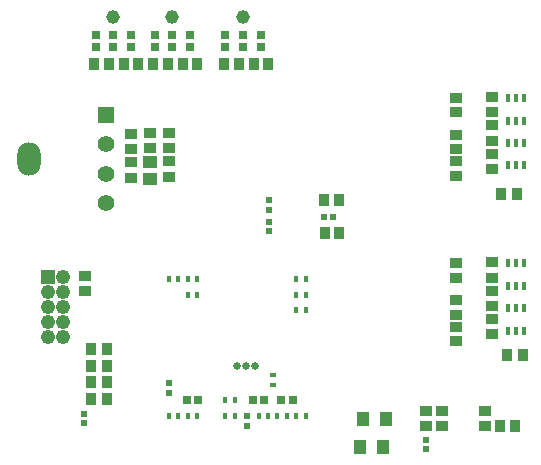
<source format=gbs>
G04*
G04 #@! TF.GenerationSoftware,Altium Limited,Altium Designer,24.4.1 (13)*
G04*
G04 Layer_Color=16711935*
%FSLAX44Y44*%
%MOMM*%
G71*
G04*
G04 #@! TF.SameCoordinates,EA300020-20D2-4A69-A7C9-2FF48D3C62D3*
G04*
G04*
G04 #@! TF.FilePolarity,Negative*
G04*
G01*
G75*
%ADD40R,0.5200X0.5200*%
%ADD46R,0.5200X0.5200*%
%ADD47R,1.0000X0.8500*%
%ADD48R,1.0000X0.9000*%
%ADD54R,0.9000X1.0000*%
%ADD58R,1.4000X1.4000*%
%ADD59C,1.4000*%
G04:AMPARAMS|DCode=60|XSize=2.8mm|YSize=2mm|CornerRadius=1mm|HoleSize=0mm|Usage=FLASHONLY|Rotation=270.000|XOffset=0mm|YOffset=0mm|HoleType=Round|Shape=RoundedRectangle|*
%AMROUNDEDRECTD60*
21,1,2.8000,0.0000,0,0,270.0*
21,1,0.8000,2.0000,0,0,270.0*
1,1,2.0000,0.0000,-0.4000*
1,1,2.0000,0.0000,0.4000*
1,1,2.0000,0.0000,0.4000*
1,1,2.0000,0.0000,-0.4000*
%
%ADD60ROUNDEDRECTD60*%
%ADD61C,1.2100*%
%ADD62R,1.2100X1.2100*%
%ADD63C,0.6500*%
%ADD77R,1.0000X1.2500*%
%ADD78R,0.4000X0.8000*%
%ADD79R,0.4000X0.5000*%
%ADD80R,0.7154X0.6725*%
%ADD81R,0.5000X0.4000*%
%ADD82R,0.8000X0.8000*%
%ADD83C,1.1500*%
%ADD84R,0.8500X1.0000*%
%ADD85R,1.2000X1.0500*%
%ADD86R,0.9500X1.1000*%
D40*
X227000Y199000D02*
D03*
Y207000D02*
D03*
X227001Y225001D02*
D03*
Y217001D02*
D03*
X142000Y70000D02*
D03*
Y62000D02*
D03*
X208000Y42000D02*
D03*
Y34000D02*
D03*
X360000Y22000D02*
D03*
Y14000D02*
D03*
X70000Y36250D02*
D03*
Y44250D02*
D03*
D46*
X273000Y211000D02*
D03*
X281000D02*
D03*
D47*
X385000Y159500D02*
D03*
Y172000D02*
D03*
Y128000D02*
D03*
Y140500D02*
D03*
Y118000D02*
D03*
Y105500D02*
D03*
Y312000D02*
D03*
Y299500D02*
D03*
Y245500D02*
D03*
Y258000D02*
D03*
Y280500D02*
D03*
Y268000D02*
D03*
D48*
X110150Y257250D02*
D03*
Y244250D02*
D03*
X110000Y281500D02*
D03*
Y268500D02*
D03*
X126000Y282000D02*
D03*
Y269000D02*
D03*
X142000Y282000D02*
D03*
Y269000D02*
D03*
Y245000D02*
D03*
Y258000D02*
D03*
X416000Y159500D02*
D03*
Y172500D02*
D03*
Y135500D02*
D03*
Y148500D02*
D03*
Y124500D02*
D03*
Y111500D02*
D03*
X416000Y312500D02*
D03*
Y299500D02*
D03*
Y251500D02*
D03*
Y264500D02*
D03*
Y275500D02*
D03*
Y288500D02*
D03*
X71000Y148000D02*
D03*
Y161000D02*
D03*
X360000Y33500D02*
D03*
Y46500D02*
D03*
X373000Y33500D02*
D03*
Y46500D02*
D03*
X410000Y33500D02*
D03*
Y46500D02*
D03*
D54*
X78500Y340000D02*
D03*
X91500D02*
D03*
X188500Y340000D02*
D03*
X201500D02*
D03*
X128500D02*
D03*
X141500D02*
D03*
X286500Y225000D02*
D03*
X273500D02*
D03*
X422000Y34000D02*
D03*
X435000D02*
D03*
D58*
X89000Y297500D02*
D03*
D59*
Y272500D02*
D03*
Y247500D02*
D03*
Y222500D02*
D03*
D60*
X24000Y260000D02*
D03*
D61*
X52700Y109600D02*
D03*
X40000D02*
D03*
X52700Y122300D02*
D03*
X40000D02*
D03*
X52700Y135000D02*
D03*
X40000D02*
D03*
X52700Y147700D02*
D03*
X40000D02*
D03*
X52700Y160400D02*
D03*
D62*
X40000D02*
D03*
D63*
X200000Y85000D02*
D03*
X207500D02*
D03*
X215000D02*
D03*
D77*
X303750Y16500D02*
D03*
X323750D02*
D03*
X326250Y39500D02*
D03*
X306250D02*
D03*
D78*
X442500Y171500D02*
D03*
X436000D02*
D03*
X429500D02*
D03*
Y152500D02*
D03*
X436000D02*
D03*
X442500D02*
D03*
Y133500D02*
D03*
X436000D02*
D03*
X429500D02*
D03*
Y114500D02*
D03*
X436000D02*
D03*
X442500D02*
D03*
Y292500D02*
D03*
X436000D02*
D03*
X429500D02*
D03*
Y311500D02*
D03*
X436000D02*
D03*
X442500D02*
D03*
Y254500D02*
D03*
X436000D02*
D03*
X429500D02*
D03*
Y273500D02*
D03*
X436000D02*
D03*
X442500D02*
D03*
D79*
X250000Y158000D02*
D03*
X258000D02*
D03*
X250000Y42000D02*
D03*
X258000D02*
D03*
X158000Y158000D02*
D03*
X166000D02*
D03*
X150000D02*
D03*
X142000D02*
D03*
X158000Y145000D02*
D03*
X166000D02*
D03*
X150000Y42000D02*
D03*
X142000D02*
D03*
X158000D02*
D03*
X166000D02*
D03*
X250000Y132000D02*
D03*
X258000D02*
D03*
X250000Y145000D02*
D03*
X258000D02*
D03*
X218000Y42000D02*
D03*
X226000D02*
D03*
X190000Y56000D02*
D03*
X198000D02*
D03*
X242000Y42000D02*
D03*
X234000D02*
D03*
X198000D02*
D03*
X190000D02*
D03*
D80*
X222786Y56000D02*
D03*
X213214D02*
D03*
X237214D02*
D03*
X246786D02*
D03*
X166786D02*
D03*
X157214D02*
D03*
D81*
X230000Y77000D02*
D03*
Y69000D02*
D03*
D82*
X95000Y365000D02*
D03*
Y355000D02*
D03*
X110000Y365000D02*
D03*
Y355000D02*
D03*
X80000Y355000D02*
D03*
Y365000D02*
D03*
X220000Y365000D02*
D03*
Y355000D02*
D03*
X205000Y365000D02*
D03*
Y355000D02*
D03*
X190000Y355000D02*
D03*
Y365000D02*
D03*
X130000Y355000D02*
D03*
Y365000D02*
D03*
X145000Y365000D02*
D03*
Y355000D02*
D03*
X160000Y365000D02*
D03*
Y355000D02*
D03*
D83*
X95000Y380000D02*
D03*
X205000D02*
D03*
X145000D02*
D03*
D84*
X116250Y340000D02*
D03*
X103750D02*
D03*
X226250Y340000D02*
D03*
X213750D02*
D03*
X166250D02*
D03*
X153750D02*
D03*
X286500Y197000D02*
D03*
X274000D02*
D03*
D85*
X126000Y257750D02*
D03*
Y243250D02*
D03*
D86*
X89750Y85000D02*
D03*
X76250D02*
D03*
X89750Y57000D02*
D03*
X76250D02*
D03*
X89750Y71000D02*
D03*
X76250D02*
D03*
X441750Y94000D02*
D03*
X428250D02*
D03*
X423250Y230000D02*
D03*
X436750D02*
D03*
X89750Y99000D02*
D03*
X76250D02*
D03*
M02*

</source>
